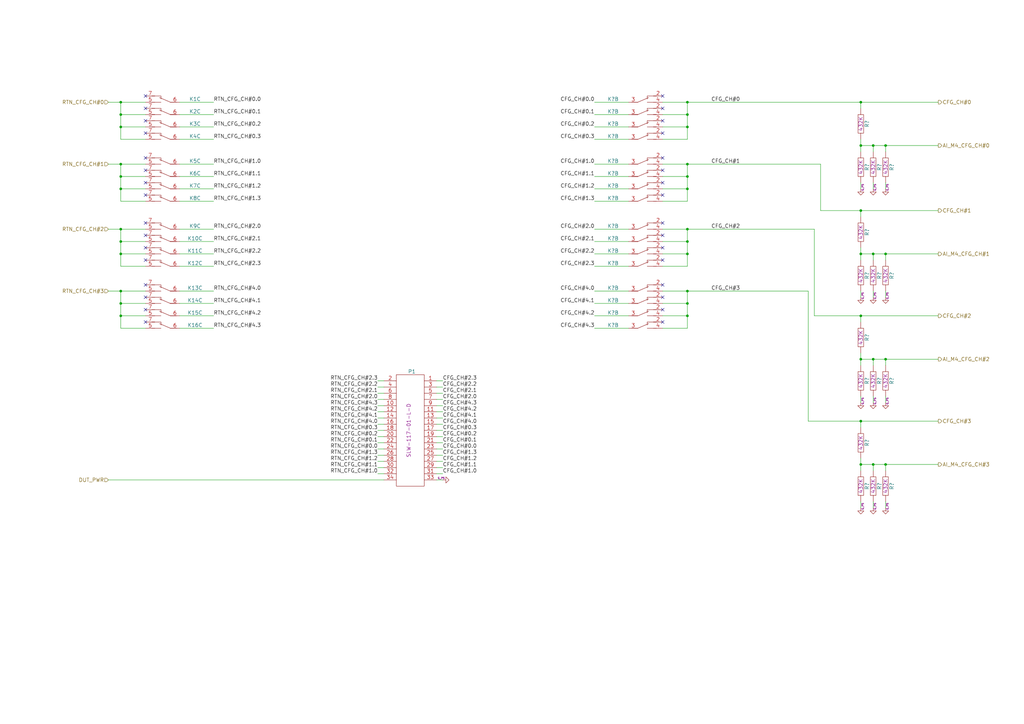
<source format=kicad_sch>
(kicad_sch (version 20230620) (generator eeschema)
  (paper "A3")
  (title_block (title "EOL ECU POWER CARD") (date "2023-04-03") (rev "0B") (company "ARXTRON TECHNOLOGIES") (comment 1 "A0180-V0") (comment 2 "PRJ22180") (comment 3 "EOL ECU RCM8 RCM9") (comment 4 "ANTON TOKARSKYI"))
  (junction (at 353.06 129.54))
  (junction (at 353.06 86.36))
  (junction (at 353.06 41.91))
  (junction (at 353.06 104.14))
  (junction (at 358.14 190.5))
  (junction (at 281.94 93.98))
  (junction (at 281.94 99.06))
  (junction (at 358.14 147.32))
  (junction (at 49.53 119.38))
  (junction (at 281.94 104.14))
  (junction (at 49.53 124.46))
  (junction (at 358.14 104.14))
  (junction (at 49.53 99.06))
  (junction (at 363.22 59.69))
  (junction (at 49.53 46.99))
  (junction (at 363.22 104.14))
  (junction (at 358.14 59.69))
  (junction (at 49.53 67.31))
  (junction (at 49.53 72.39))
  (junction (at 281.94 46.99))
  (junction (at 49.53 52.07))
  (junction (at 49.53 77.47))
  (junction (at 281.94 119.38))
  (junction (at 363.22 190.5))
  (junction (at 281.94 41.91))
  (junction (at 281.94 124.46))
  (junction (at 281.94 67.31))
  (junction (at 49.53 129.54))
  (junction (at 281.94 72.39))
  (junction (at 281.94 52.07))
  (junction (at 353.06 190.5))
  (junction (at 353.06 172.72))
  (junction (at 363.22 147.32))
  (junction (at 281.94 129.54))
  (junction (at 49.53 93.98))
  (junction (at 353.06 147.32))
  (junction (at 49.53 104.14))
  (junction (at 281.94 77.47))
  (junction (at 353.06 59.69))
  (junction (at 49.53 41.91))
  (no_connect (at 59.69 49.53))
  (no_connect (at 271.78 39.37))
  (no_connect (at 59.69 101.6))
  (no_connect (at 271.78 127))
  (no_connect (at 271.78 74.93))
  (no_connect (at 271.78 106.68))
  (no_connect (at 271.78 80.01))
  (no_connect (at 271.78 44.45))
  (no_connect (at 59.69 54.61))
  (no_connect (at 271.78 132.08))
  (no_connect (at 59.69 64.77))
  (no_connect (at 271.78 54.61))
  (no_connect (at 59.69 132.08))
  (no_connect (at 271.78 49.53))
  (no_connect (at 59.69 116.84))
  (no_connect (at 59.69 121.92))
  (no_connect (at 271.78 121.92))
  (no_connect (at 271.78 101.6))
  (no_connect (at 59.69 91.44))
  (no_connect (at 59.69 127))
  (no_connect (at 271.78 69.85))
  (no_connect (at 59.69 44.45))
  (no_connect (at 271.78 116.84))
  (no_connect (at 59.69 69.85))
  (no_connect (at 271.78 64.77))
  (no_connect (at 59.69 106.68))
  (no_connect (at 271.78 96.52))
  (no_connect (at 59.69 39.37))
  (no_connect (at 59.69 96.52))
  (no_connect (at 59.69 74.93))
  (no_connect (at 59.69 80.01))
  (no_connect (at 271.78 91.44))
  (wire (pts (xy 73.66 104.14) (xy 87.63 104.14)))
  (wire (pts (xy 49.53 67.31) (xy 49.53 72.39)))
  (wire (pts (xy 281.94 41.91) (xy 281.94 46.99)))
  (wire (pts (xy 281.94 119.38) (xy 331.47 119.38)))
  (wire (pts (xy 353.06 86.36) (xy 353.06 88.9)))
  (wire (pts (xy 353.06 190.5) (xy 358.14 190.5)))
  (wire (pts (xy 353.06 59.69) (xy 353.06 62.23)))
  (wire (pts (xy 179.07 166.37) (xy 181.61 166.37)))
  (wire (pts (xy 49.53 93.98) (xy 49.53 99.06)))
  (wire (pts (xy 49.53 104.14) (xy 59.69 104.14)))
  (wire (pts (xy 243.84 82.55) (xy 257.81 82.55)))
  (wire (pts (xy 243.84 41.91) (xy 257.81 41.91)))
  (wire (pts (xy 49.53 46.99) (xy 49.53 52.07)))
  (wire (pts (xy 44.45 41.91) (xy 49.53 41.91)))
  (wire (pts (xy 243.84 124.46) (xy 257.81 124.46)))
  (wire (pts (xy 179.07 179.07) (xy 181.61 179.07)))
  (wire (pts (xy 358.14 59.69) (xy 358.14 62.23)))
  (wire (pts (xy 73.66 93.98) (xy 87.63 93.98)))
  (wire (pts (xy 73.66 72.39) (xy 87.63 72.39)))
  (wire (pts (xy 179.07 176.53) (xy 181.61 176.53)))
  (wire (pts (xy 353.06 187.96) (xy 353.06 190.5)))
  (wire (pts (xy 353.06 190.5) (xy 353.06 193.04)))
  (wire (pts (xy 49.53 124.46) (xy 49.53 129.54)))
  (wire (pts (xy 243.84 77.47) (xy 257.81 77.47)))
  (wire (pts (xy 281.94 134.62) (xy 271.78 134.62)))
  (wire (pts (xy 243.84 129.54) (xy 257.81 129.54)))
  (wire (pts (xy 353.06 205.74) (xy 353.06 208.28)))
  (wire (pts (xy 353.06 41.91) (xy 384.81 41.91)))
  (wire (pts (xy 179.07 156.21) (xy 181.61 156.21)))
  (wire (pts (xy 44.45 196.85) (xy 157.48 196.85)))
  (wire (pts (xy 44.45 119.38) (xy 49.53 119.38)))
  (wire (pts (xy 179.07 168.91) (xy 181.61 168.91)))
  (wire (pts (xy 73.66 67.31) (xy 87.63 67.31)))
  (wire (pts (xy 179.07 171.45) (xy 181.61 171.45)))
  (wire (pts (xy 281.94 82.55) (xy 271.78 82.55)))
  (wire (pts (xy 179.07 161.29) (xy 181.61 161.29)))
  (wire (pts (xy 49.53 99.06) (xy 59.69 99.06)))
  (wire (pts (xy 243.84 99.06) (xy 257.81 99.06)))
  (wire (pts (xy 154.94 179.07) (xy 157.48 179.07)))
  (wire (pts (xy 281.94 124.46) (xy 281.94 129.54)))
  (wire (pts (xy 281.94 124.46) (xy 271.78 124.46)))
  (wire (pts (xy 44.45 67.31) (xy 49.53 67.31)))
  (wire (pts (xy 49.53 109.22) (xy 59.69 109.22)))
  (wire (pts (xy 154.94 161.29) (xy 157.48 161.29)))
  (wire (pts (xy 49.53 134.62) (xy 59.69 134.62)))
  (wire (pts (xy 358.14 59.69) (xy 363.22 59.69)))
  (wire (pts (xy 363.22 190.5) (xy 384.81 190.5)))
  (wire (pts (xy 353.06 41.91) (xy 353.06 44.45)))
  (wire (pts (xy 271.78 99.06) (xy 281.94 99.06)))
  (wire (pts (xy 154.94 186.69) (xy 157.48 186.69)))
  (wire (pts (xy 49.53 72.39) (xy 59.69 72.39)))
  (wire (pts (xy 353.06 86.36) (xy 384.81 86.36)))
  (wire (pts (xy 353.06 59.69) (xy 358.14 59.69)))
  (wire (pts (xy 243.84 72.39) (xy 257.81 72.39)))
  (wire (pts (xy 154.94 166.37) (xy 157.48 166.37)))
  (wire (pts (xy 358.14 104.14) (xy 363.22 104.14)))
  (wire (pts (xy 336.55 86.36) (xy 353.06 86.36)))
  (wire (pts (xy 281.94 67.31) (xy 281.94 72.39)))
  (wire (pts (xy 49.53 129.54) (xy 59.69 129.54)))
  (wire (pts (xy 154.94 156.21) (xy 157.48 156.21)))
  (wire (pts (xy 154.94 158.75) (xy 157.48 158.75)))
  (wire (pts (xy 49.53 129.54) (xy 49.53 134.62)))
  (wire (pts (xy 179.07 196.85) (xy 181.61 196.85)))
  (wire (pts (xy 363.22 162.56) (xy 363.22 165.1)))
  (wire (pts (xy 331.47 172.72) (xy 353.06 172.72)))
  (wire (pts (xy 281.94 93.98) (xy 281.94 99.06)))
  (wire (pts (xy 49.53 119.38) (xy 59.69 119.38)))
  (wire (pts (xy 49.53 46.99) (xy 59.69 46.99)))
  (wire (pts (xy 154.94 171.45) (xy 157.48 171.45)))
  (wire (pts (xy 281.94 77.47) (xy 281.94 82.55)))
  (wire (pts (xy 358.14 119.38) (xy 358.14 121.92)))
  (wire (pts (xy 358.14 205.74) (xy 358.14 208.28)))
  (wire (pts (xy 179.07 181.61) (xy 181.61 181.61)))
  (wire (pts (xy 336.55 67.31) (xy 336.55 86.36)))
  (wire (pts (xy 281.94 119.38) (xy 281.94 124.46)))
  (wire (pts (xy 154.94 163.83) (xy 157.48 163.83)))
  (wire (pts (xy 243.84 57.15) (xy 257.81 57.15)))
  (wire (pts (xy 154.94 176.53) (xy 157.48 176.53)))
  (wire (pts (xy 363.22 104.14) (xy 363.22 106.68)))
  (wire (pts (xy 358.14 162.56) (xy 358.14 165.1)))
  (wire (pts (xy 281.94 93.98) (xy 334.01 93.98)))
  (wire (pts (xy 281.94 72.39) (xy 281.94 77.47)))
  (wire (pts (xy 353.06 101.6) (xy 353.06 104.14)))
  (wire (pts (xy 334.01 93.98) (xy 334.01 129.54)))
  (wire (pts (xy 353.06 147.32) (xy 358.14 147.32)))
  (wire (pts (xy 271.78 129.54) (xy 281.94 129.54)))
  (wire (pts (xy 281.94 77.47) (xy 271.78 77.47)))
  (wire (pts (xy 73.66 99.06) (xy 87.63 99.06)))
  (wire (pts (xy 353.06 104.14) (xy 358.14 104.14)))
  (wire (pts (xy 73.66 129.54) (xy 87.63 129.54)))
  (wire (pts (xy 281.94 104.14) (xy 271.78 104.14)))
  (wire (pts (xy 243.84 134.62) (xy 257.81 134.62)))
  (wire (pts (xy 73.66 46.99) (xy 87.63 46.99)))
  (wire (pts (xy 73.66 77.47) (xy 87.63 77.47)))
  (wire (pts (xy 49.53 77.47) (xy 49.53 82.55)))
  (wire (pts (xy 353.06 172.72) (xy 384.81 172.72)))
  (wire (pts (xy 49.53 119.38) (xy 49.53 124.46)))
  (wire (pts (xy 73.66 52.07) (xy 87.63 52.07)))
  (wire (pts (xy 281.94 72.39) (xy 271.78 72.39)))
  (wire (pts (xy 363.22 104.14) (xy 384.81 104.14)))
  (wire (pts (xy 154.94 191.77) (xy 157.48 191.77)))
  (wire (pts (xy 281.94 46.99) (xy 281.94 52.07)))
  (wire (pts (xy 49.53 72.39) (xy 49.53 77.47)))
  (wire (pts (xy 353.06 119.38) (xy 353.06 121.92)))
  (wire (pts (xy 73.66 41.91) (xy 87.63 41.91)))
  (wire (pts (xy 49.53 93.98) (xy 59.69 93.98)))
  (wire (pts (xy 49.53 77.47) (xy 59.69 77.47)))
  (wire (pts (xy 179.07 173.99) (xy 181.61 173.99)))
  (wire (pts (xy 281.94 119.38) (xy 271.78 119.38)))
  (wire (pts (xy 334.01 129.54) (xy 353.06 129.54)))
  (wire (pts (xy 281.94 41.91) (xy 353.06 41.91)))
  (wire (pts (xy 179.07 194.31) (xy 181.61 194.31)))
  (wire (pts (xy 49.53 41.91) (xy 49.53 46.99)))
  (wire (pts (xy 281.94 93.98) (xy 271.78 93.98)))
  (wire (pts (xy 154.94 168.91) (xy 157.48 168.91)))
  (wire (pts (xy 179.07 186.69) (xy 181.61 186.69)))
  (wire (pts (xy 281.94 129.54) (xy 281.94 134.62)))
  (wire (pts (xy 281.94 99.06) (xy 281.94 104.14)))
  (wire (pts (xy 73.66 109.22) (xy 87.63 109.22)))
  (wire (pts (xy 179.07 158.75) (xy 181.61 158.75)))
  (wire (pts (xy 73.66 119.38) (xy 87.63 119.38)))
  (wire (pts (xy 363.22 205.74) (xy 363.22 208.28)))
  (wire (pts (xy 49.53 82.55) (xy 59.69 82.55)))
  (wire (pts (xy 363.22 190.5) (xy 363.22 193.04)))
  (wire (pts (xy 353.06 74.93) (xy 353.06 77.47)))
  (wire (pts (xy 243.84 52.07) (xy 257.81 52.07)))
  (wire (pts (xy 353.06 104.14) (xy 353.06 106.68)))
  (wire (pts (xy 358.14 190.5) (xy 363.22 190.5)))
  (wire (pts (xy 363.22 59.69) (xy 363.22 62.23)))
  (wire (pts (xy 73.66 124.46) (xy 87.63 124.46)))
  (wire (pts (xy 363.22 119.38) (xy 363.22 121.92)))
  (wire (pts (xy 243.84 46.99) (xy 257.81 46.99)))
  (wire (pts (xy 281.94 109.22) (xy 271.78 109.22)))
  (wire (pts (xy 281.94 57.15) (xy 271.78 57.15)))
  (wire (pts (xy 179.07 191.77) (xy 181.61 191.77)))
  (wire (pts (xy 281.94 41.91) (xy 271.78 41.91)))
  (wire (pts (xy 73.66 134.62) (xy 87.63 134.62)))
  (wire (pts (xy 353.06 129.54) (xy 353.06 132.08)))
  (wire (pts (xy 49.53 67.31) (xy 59.69 67.31)))
  (wire (pts (xy 179.07 184.15) (xy 181.61 184.15)))
  (wire (pts (xy 154.94 189.23) (xy 157.48 189.23)))
  (wire (pts (xy 353.06 57.15) (xy 353.06 59.69)))
  (wire (pts (xy 363.22 147.32) (xy 363.22 149.86)))
  (wire (pts (xy 281.94 104.14) (xy 281.94 109.22)))
  (wire (pts (xy 73.66 82.55) (xy 87.63 82.55)))
  (wire (pts (xy 281.94 46.99) (xy 271.78 46.99)))
  (wire (pts (xy 363.22 74.93) (xy 363.22 77.47)))
  (wire (pts (xy 358.14 147.32) (xy 363.22 147.32)))
  (wire (pts (xy 243.84 104.14) (xy 257.81 104.14)))
  (wire (pts (xy 243.84 119.38) (xy 257.81 119.38)))
  (wire (pts (xy 363.22 59.69) (xy 384.81 59.69)))
  (wire (pts (xy 49.53 52.07) (xy 59.69 52.07)))
  (wire (pts (xy 353.06 162.56) (xy 353.06 165.1)))
  (wire (pts (xy 281.94 52.07) (xy 271.78 52.07)))
  (wire (pts (xy 243.84 67.31) (xy 257.81 67.31)))
  (wire (pts (xy 331.47 119.38) (xy 331.47 172.72)))
  (wire (pts (xy 49.53 52.07) (xy 49.53 57.15)))
  (wire (pts (xy 358.14 74.93) (xy 358.14 77.47)))
  (wire (pts (xy 358.14 104.14) (xy 358.14 106.68)))
  (wire (pts (xy 179.07 189.23) (xy 181.61 189.23)))
  (wire (pts (xy 281.94 52.07) (xy 281.94 57.15)))
  (wire (pts (xy 363.22 147.32) (xy 384.81 147.32)))
  (wire (pts (xy 49.53 41.91) (xy 59.69 41.91)))
  (wire (pts (xy 73.66 57.15) (xy 87.63 57.15)))
  (wire (pts (xy 154.94 181.61) (xy 157.48 181.61)))
  (wire (pts (xy 353.06 147.32) (xy 353.06 149.86)))
  (wire (pts (xy 281.94 67.31) (xy 336.55 67.31)))
  (wire (pts (xy 271.78 67.31) (xy 281.94 67.31)))
  (wire (pts (xy 353.06 172.72) (xy 353.06 175.26)))
  (wire (pts (xy 49.53 99.06) (xy 49.53 104.14)))
  (wire (pts (xy 49.53 124.46) (xy 59.69 124.46)))
  (wire (pts (xy 353.06 129.54) (xy 384.81 129.54)))
  (wire (pts (xy 243.84 93.98) (xy 257.81 93.98)))
  (wire (pts (xy 358.14 147.32) (xy 358.14 149.86)))
  (wire (pts (xy 154.94 173.99) (xy 157.48 173.99)))
  (wire (pts (xy 154.94 194.31) (xy 157.48 194.31)))
  (wire (pts (xy 353.06 144.78) (xy 353.06 147.32)))
  (wire (pts (xy 49.53 57.15) (xy 59.69 57.15)))
  (wire (pts (xy 358.14 190.5) (xy 358.14 193.04)))
  (wire (pts (xy 154.94 184.15) (xy 157.48 184.15)))
  (wire (pts (xy 44.45 93.98) (xy 49.53 93.98)))
  (wire (pts (xy 243.84 109.22) (xy 257.81 109.22)))
  (wire (pts (xy 179.07 163.83) (xy 181.61 163.83)))
  (wire (pts (xy 49.53 104.14) (xy 49.53 109.22)))
  (label "RTN_CFG_CH#0.2" (at 154.94 179.07 180) (effects (font (size 1.524 1.524))))
  (label "CFG_CH#0.0" (at 181.61 184.15 0) (effects (font (size 1.524 1.524))))
  (label "CFG_CH#1.0" (at 243.84 67.31 180) (effects (font (size 1.524 1.524))))
  (label "RTN_CFG_CH#0.0" (at 87.63 41.91 0) (effects (font (size 1.524 1.524))))
  (label "RTN_CFG_CH#4.3" (at 87.63 134.62 0) (effects (font (size 1.524 1.524))))
  (label "CFG_CH#0.1" (at 243.84 46.99 180) (effects (font (size 1.524 1.524))))
  (label "RTN_CFG_CH#0.0" (at 154.94 184.15 180) (effects (font (size 1.524 1.524))))
  (label "RTN_CFG_CH#4.1" (at 154.94 171.45 180) (effects (font (size 1.524 1.524))))
  (label "RTN_CFG_CH#1.3" (at 154.94 186.69 180) (effects (font (size 1.524 1.524))))
  (label "CFG_CH#0.2" (at 243.84 52.07 180) (effects (font (size 1.524 1.524))))
  (label "RTN_CFG_CH#1.2" (at 154.94 189.23 180) (effects (font (size 1.524 1.524))))
  (label "CFG_CH#1.2" (at 243.84 77.47 180) (effects (font (size 1.524 1.524))))
  (label "CFG_CH#2.3" (at 181.61 156.21 0) (effects (font (size 1.524 1.524))))
  (label "RTN_CFG_CH#1.0" (at 87.63 67.31 0) (effects (font (size 1.524 1.524))))
  (label "CFG_CH#2.3" (at 243.84 109.22 180) (effects (font (size 1.524 1.524))))
  (label "CFG_CH#4.1" (at 181.61 171.45 0) (effects (font (size 1.524 1.524))))
  (label "RTN_CFG_CH#2.3" (at 154.94 156.21 180) (effects (font (size 1.524 1.524))))
  (label "CFG_CH#2.2" (at 243.84 104.14 180) (effects (font (size 1.524 1.524))))
  (label "CFG_CH#0.3" (at 181.61 176.53 0) (effects (font (size 1.524 1.524))))
  (label "CFG_CH#4.2" (at 243.84 129.54 180) (effects (font (size 1.524 1.524))))
  (label "RTN_CFG_CH#2.3" (at 87.63 109.22 0) (effects (font (size 1.524 1.524))))
  (label "CFG_CH#0" (at 303.53 41.91 180) (effects (font (size 1.524 1.524))))
  (label "CFG_CH#4.3" (at 181.61 166.37 0) (effects (font (size 1.524 1.524))))
  (label "RTN_CFG_CH#0.1" (at 87.63 46.99 0) (effects (font (size 1.524 1.524))))
  (label "CFG_CH#1.3" (at 181.61 186.69 0) (effects (font (size 1.524 1.524))))
  (label "RTN_CFG_CH#4.2" (at 87.63 129.54 0) (effects (font (size 1.524 1.524))))
  (label "CFG_CH#3" (at 303.53 119.38 180) (effects (font (size 1.524 1.524))))
  (label "CFG_CH#2.2" (at 181.61 158.75 0) (effects (font (size 1.524 1.524))))
  (label "CFG_CH#4.0" (at 243.84 119.38 180) (effects (font (size 1.524 1.524))))
  (label "RTN_CFG_CH#4.2" (at 154.94 168.91 180) (effects (font (size 1.524 1.524))))
  (label "RTN_CFG_CH#2.0" (at 154.94 163.83 180) (effects (font (size 1.524 1.524))))
  (label "CFG_CH#1.1" (at 243.84 72.39 180) (effects (font (size 1.524 1.524))))
  (label "CFG_CH#1.0" (at 181.61 194.31 0) (effects (font (size 1.524 1.524))))
  (label "CFG_CH#4.1" (at 243.84 124.46 180) (effects (font (size 1.524 1.524))))
  (label "RTN_CFG_CH#1.0" (at 154.94 194.31 180) (effects (font (size 1.524 1.524))))
  (label "RTN_CFG_CH#4.0" (at 87.63 119.38 0) (effects (font (size 1.524 1.524))))
  (label "CFG_CH#0.3" (at 243.84 57.15 180) (effects (font (size 1.524 1.524))))
  (label "CFG_CH#4.3" (at 243.84 134.62 180) (effects (font (size 1.524 1.524))))
  (label "RTN_CFG_CH#2.1" (at 154.94 161.29 180) (effects (font (size 1.524 1.524))))
  (label "RTN_CFG_CH#4.3" (at 154.94 166.37 180) (effects (font (size 1.524 1.524))))
  (label "CFG_CH#1.2" (at 181.61 189.23 0) (effects (font (size 1.524 1.524))))
  (label "RTN_CFG_CH#0.3" (at 154.94 176.53 180) (effects (font (size 1.524 1.524))))
  (label "RTN_CFG_CH#2.2" (at 87.63 104.14 0) (effects (font (size 1.524 1.524))))
  (label "RTN_CFG_CH#1.2" (at 87.63 77.47 0) (effects (font (size 1.524 1.524))))
  (label "CFG_CH#1.1" (at 181.61 191.77 0) (effects (font (size 1.524 1.524))))
  (label "CFG_CH#1.3" (at 243.84 82.55 180) (effects (font (size 1.524 1.524))))
  (label "RTN_CFG_CH#1.1" (at 154.94 191.77 180) (effects (font (size 1.524 1.524))))
  (label "CFG_CH#2.1" (at 181.61 161.29 0) (effects (font (size 1.524 1.524))))
  (label "CFG_CH#0.0" (at 243.84 41.91 180) (effects (font (size 1.524 1.524))))
  (label "RTN_CFG_CH#2.2" (at 154.94 158.75 180) (effects (font (size 1.524 1.524))))
  (label "RTN_CFG_CH#0.1" (at 154.94 181.61 180) (effects (font (size 1.524 1.524))))
  (label "CFG_CH#4.0" (at 181.61 173.99 0) (effects (font (size 1.524 1.524))))
  (label "CFG_CH#0.2" (at 181.61 179.07 0) (effects (font (size 1.524 1.524))))
  (label "CFG_CH#0.1" (at 181.61 181.61 0) (effects (font (size 1.524 1.524))))
  (label "CFG_CH#4.2" (at 181.61 168.91 0) (effects (font (size 1.524 1.524))))
  (label "RTN_CFG_CH#2.0" (at 87.63 93.98 0) (effects (font (size 1.524 1.524))))
  (label "RTN_CFG_CH#1.3" (at 87.63 82.55 0) (effects (font (size 1.524 1.524))))
  (label "CFG_CH#2.1" (at 243.84 99.06 180) (effects (font (size 1.524 1.524))))
  (label "RTN_CFG_CH#0.3" (at 87.63 57.15 0) (effects (font (size 1.524 1.524))))
  (label "RTN_CFG_CH#4.0" (at 154.94 173.99 180) (effects (font (size 1.524 1.524))))
  (label "CFG_CH#2.0" (at 243.84 93.98 180) (effects (font (size 1.524 1.524))))
  (label "RTN_CFG_CH#1.1" (at 87.63 72.39 0) (effects (font (size 1.524 1.524))))
  (label "CFG_CH#2.0" (at 181.61 163.83 0) (effects (font (size 1.524 1.524))))
  (label "RTN_CFG_CH#2.1" (at 87.63 99.06 0) (effects (font (size 1.524 1.524))))
  (label "RTN_CFG_CH#4.1" (at 87.63 124.46 0) (effects (font (size 1.524 1.524))))
  (label "CFG_CH#1" (at 303.53 67.31 180) (effects (font (size 1.524 1.524))))
  (label "RTN_CFG_CH#0.2" (at 87.63 52.07 0) (effects (font (size 1.524 1.524))))
  (label "CFG_CH#2" (at 303.53 93.98 180) (effects (font (size 1.524 1.524))))
  (hierarchical_label "CFG_CH#0" (shape output) (at 384.81 41.91 0) (effects (font (size 1.524 1.524))))
  (hierarchical_label "RTN_CFG_CH#2" (shape input) (at 44.45 93.98 180) (effects (font (size 1.524 1.524))))
  (hierarchical_label "RTN_CFG_CH#3" (shape input) (at 44.45 119.38 180) (effects (font (size 1.524 1.524))))
  (hierarchical_label "AI_M4_CFG_CH#1" (shape output) (at 384.81 104.14 0) (effects (font (size 1.524 1.524))))
  (hierarchical_label "DUT_PWR" (shape input) (at 44.45 196.85 180) (effects (font (size 1.524 1.524))))
  (hierarchical_label "CFG_CH#1" (shape output) (at 384.81 86.36 0) (effects (font (size 1.524 1.524))))
  (hierarchical_label "AI_M4_CFG_CH#2" (shape output) (at 384.81 147.32 0) (effects (font (size 1.524 1.524))))
  (hierarchical_label "RTN_CFG_CH#1" (shape input) (at 44.45 67.31 180) (effects (font (size 1.524 1.524))))
  (hierarchical_label "AI_M4_CFG_CH#0" (shape output) (at 384.81 59.69 0) (effects (font (size 1.524 1.524))))
  (hierarchical_label "AI_M4_CFG_CH#3" (shape output) (at 384.81 190.5 0) (effects (font (size 1.524 1.524))))
  (hierarchical_label "CFG_CH#3" (shape output) (at 384.81 172.72 0) (effects (font (size 1.524 1.524))))
  (hierarchical_label "RTN_CFG_CH#0" (shape input) (at 44.45 41.91 180) (effects (font (size 1.524 1.524))))
  (hierarchical_label "CFG_CH#2" (shape output) (at 384.81 129.54 0) (effects (font (size 1.524 1.524))))
  (symbol (lib_id "Resistor_Yageo:RT0603BRD07432KL") (at 353.06 95.25 90) (mirror x) (unit 1)
    (property "Reference" "R?" (at 355.6 95.25 0) (effects (font (size 1.524 1.524))))
    (property "Value" "RT0603BRD07432KL" (effects hide))
    (property "Footprint" "Resistor_Yageo_RC:RESC1608X65N" (effects hide))
    (property "Description" "RES SMD 432K OHM 0.1% 1/10W 0603" (effects hide))
    (property "Nominal" "432K" (at 353.06 95.25 0) (effects (font (size 1.524 1.524))))
    (property "Supplier" "Digi-Key" (effects hide))
    (property "ManufacturerPartNumber" "RT0603BRD07432KL" (effects hide))
    (property "SupplierPartNumber" "RT0603BRD07432KL-ND" (effects hide))
    (property "Manufacturer" "Yageo" (effects hide))
    (instances (project "A0180_eol_ecu_mix" (path "" (reference "R?") (unit 1)) (path "" (reference "R159") (unit 1)) (path "" (reference "R241") (unit 1))))
  )
  (symbol (lib_id "Resistor_Yageo:RT0603BRD07432KL") (at 353.06 138.43 90) (mirror x) (unit 1)
    (property "Reference" "R?" (at 355.6 138.43 0) (effects (font (size 1.524 1.524))))
    (property "Value" "RT0603BRD07432KL" (effects hide))
    (property "Footprint" "Resistor_Yageo_RC:RESC1608X65N" (effects hide))
    (property "Description" "RES SMD 432K OHM 0.1% 1/10W 0603" (effects hide))
    (property "Nominal" "432K" (at 353.06 138.43 0) (effects (font (size 1.524 1.524))))
    (property "Supplier" "Digi-Key" (effects hide))
    (property "ManufacturerPartNumber" "RT0603BRD07432KL" (effects hide))
    (property "SupplierPartNumber" "RT0603BRD07432KL-ND" (effects hide))
    (property "Manufacturer" "Yageo" (effects hide))
    (instances (project "A0180_eol_ecu_mix" (path "" (reference "R?") (unit 1)) (path "" (reference "R161") (unit 1)) (path "" (reference "R243") (unit 1))))
  )
  (symbol (lib_id "Relay_Omron:G6K-2G-Y-TR_DC24_DPDT") (at 67.31 82.55 0) (mirror y) (unit 3)
    (property "Reference" "K8" (at 80.01 81.28 0) (effects (font (size 1.524 1.524))))
    (property "Value" "G6K-2G-Y-TR_DC24_DPDT" (effects hide))
    (property "Footprint" "_Relay_Omron:OMRON_G6K-2G-Y" (effects hide))
    (property "Description" "RELAY TELECOM DPDT 1A 24VDC" (effects hide))
    (property "ManufacturerPartNumber" "G6K-2G-Y-TR DC24" (effects hide))
    (property "Manufacturer" "Omron Electronics Inc-EMC Div" (effects hide))
    (property "SupplierPartNumber" "Z5422TR-ND" (effects hide))
    (property "Supplier" "Digi-Key" (effects hide))
    (instances (project "A0180_eol_ecu_mix" (path "" (reference "K8") (unit 3)) (path "" (reference "K24") (unit 3))))
  )
  (symbol (lib_id "_power_symbol:GND_PS") (at 358.14 121.92 0) (mirror y) (unit 1)
    (property "Reference" "#PWR?" (effects hide))
    (property "Value" "GND_PS" (effects hide))
    (property "Name" "GND_PS" (effects hide))
    (property "ShortName" "G_PS" (at 358.902 121.285 90) (effects (font (size 0.762 0.762))))
    (instances (project "A0176_eol_ecu_backplane" (path "" (reference "#PWR?") (unit 1)) (path "" (reference "#PWR0194") (unit 1)) (path "" (reference "#PWR0213") (unit 1)) (path "" (reference "#PWR0232") (unit 1)) (path "" (reference "#PWR0251") (unit 1)) (path "" (reference "#PWR0270") (unit 1)) (path "" (reference "#PWR0289") (unit 1)) (path "" (reference "#PWR0308") (unit 1)) (path "" (reference "#PWR0327") (unit 1)) (path "" (reference "#PWR0346") (unit 1)) (path "" (reference "#PWR0365") (unit 1)) (path "" (reference "#PWR0384") (unit 1)) (path "" (reference "#PWR0403") (unit 1)) (path "" (reference "#PWR0422") (unit 1)) (path "" (reference "#PWR0449") (unit 1)) (path "" (reference "#PWR0441") (unit 1))) (project "A0180_eol_ecu_mix" (path "" (reference "#PWR?") (unit 1)) (path "" (reference "#PWR0130") (unit 1)) (path "" (reference "#PWR0143") (unit 1))))
  )
  (symbol (lib_id "_power_symbol:GND_PS") (at 363.22 121.92 0) (mirror y) (unit 1)
    (property "Reference" "#PWR?" (effects hide))
    (property "Value" "GND_PS" (effects hide))
    (property "Name" "GND_PS" (effects hide))
    (property "ShortName" "G_PS" (at 363.982 121.285 90) (effects (font (size 0.762 0.762))))
    (instances (project "A0176_eol_ecu_backplane" (path "" (reference "#PWR?") (unit 1)) (path "" (reference "#PWR0194") (unit 1)) (path "" (reference "#PWR0213") (unit 1)) (path "" (reference "#PWR0232") (unit 1)) (path "" (reference "#PWR0251") (unit 1)) (path "" (reference "#PWR0270") (unit 1)) (path "" (reference "#PWR0289") (unit 1)) (path "" (reference "#PWR0308") (unit 1)) (path "" (reference "#PWR0327") (unit 1)) (path "" (reference "#PWR0346") (unit 1)) (path "" (reference "#PWR0365") (unit 1)) (path "" (reference "#PWR0384") (unit 1)) (path "" (reference "#PWR0403") (unit 1)) (path "" (reference "#PWR0422") (unit 1)) (path "" (reference "#PWR0449") (unit 1)) (path "" (reference "#PWR0441") (unit 1))) (project "A0180_eol_ecu_mix" (path "" (reference "#PWR?") (unit 1)) (path "" (reference "#PWR0131") (unit 1)) (path "" (reference "#PWR0147") (unit 1))))
  )
  (symbol (lib_id "Connector_Samtec:SLW-117-01-L-D_VAR1") (at 179.07 156.21 0) (unit 1)
    (property "Reference" "P1" (at 168.91 152.4 0) (effects (font (size 1.524 1.524))))
    (property "Value" "SLW-117-01-L-D_VAR1" (effects hide))
    (property "Footprint" "_Connector_Samtec:SAMTEC_SLW-117-01-X-D" (effects hide))
    (property "Description" "CONN SOCKET 34POS 0.1 GOLD PCB" (effects hide))
    (property "ManufacturerPartNumber" "SLW-117-01-L-D" (at 167.64 176.53 90) (effects (font (size 1.524 1.524))))
    (property "SupplierPartNumber" "SLW-117-01-L-D" (effects hide))
    (property "Supplier" "Samtec Inc." (effects hide))
    (property "Manufacturer" "Samtec Inc." (effects hide))
    (instances (project "A0180_eol_ecu_mix" (path "" (reference "P1") (unit 1)) (path "" (reference "P2") (unit 1))))
  )
  (symbol (lib_id "Resistor_Yageo:RT0603BRD07432KL") (at 358.14 199.39 90) (mirror x) (unit 1)
    (property "Reference" "R?" (at 360.68 199.39 0) (effects (font (size 1.524 1.524))))
    (property "Value" "RT0603BRD07432KL" (effects hide))
    (property "Footprint" "Resistor_Yageo_RC:RESC1608X65N" (effects hide))
    (property "Description" "RES SMD 432K OHM 0.1% 1/10W 0603" (effects hide))
    (property "Nominal" "432K" (at 358.14 199.39 0) (effects (font (size 1.524 1.524))))
    (property "Supplier" "Digi-Key" (effects hide))
    (property "ManufacturerPartNumber" "RT0603BRD07432KL" (effects hide))
    (property "SupplierPartNumber" "RT0603BRD07432KL-ND" (effects hide))
    (property "Manufacturer" "Yageo" (effects hide))
    (instances (project "A0180_eol_ecu_mix" (path "" (reference "R?") (unit 1)) (path "" (reference "R168") (unit 1)) (path "" (reference "R250") (unit 1))))
  )
  (symbol (lib_id "_power_symbol:GND_PS") (at 353.06 165.1 0) (mirror y) (unit 1)
    (property "Reference" "#PWR?" (effects hide))
    (property "Value" "GND_PS" (effects hide))
    (property "Name" "GND_PS" (effects hide))
    (property "ShortName" "G_PS" (at 353.822 164.465 90) (effects (font (size 0.762 0.762))))
    (instances (project "A0176_eol_ecu_backplane" (path "" (reference "#PWR?") (unit 1)) (path "" (reference "#PWR0194") (unit 1)) (path "" (reference "#PWR0213") (unit 1)) (path "" (reference "#PWR0232") (unit 1)) (path "" (reference "#PWR0251") (unit 1)) (path "" (reference "#PWR0270") (unit 1)) (path "" (reference "#PWR0289") (unit 1)) (path "" (reference "#PWR0308") (unit 1)) (path "" (reference "#PWR0327") (unit 1)) (path "" (reference "#PWR0346") (unit 1)) (path "" (reference "#PWR0365") (unit 1)) (path "" (reference "#PWR0384") (unit 1)) (path "" (reference "#PWR0403") (unit 1)) (path "" (reference "#PWR0422") (unit 1)) (path "" (reference "#PWR0449") (unit 1)) (path "" (reference "#PWR0441") (unit 1))) (project "A0180_eol_ecu_mix" (path "" (reference "#PWR?") (unit 1)) (path "" (reference "#PWR0132") (unit 1)) (path "" (reference "#PWR0140") (unit 1))))
  )
  (symbol (lib_id "Relay_Omron:G6K-2G-Y-TR_DC24_DPDT") (at 264.16 99.06 0) (unit 2)
    (property "Reference" "K?" (at 251.46 97.79 0) (effects (font (size 1.524 1.524))))
    (property "Value" "G6K-2G-Y-TR_DC24_DPDT" (effects hide))
    (property "Footprint" "_Relay_Omron:OMRON_G6K-2G-Y" (effects hide))
    (property "Description" "RELAY TELECOM DPDT 1A 24VDC" (effects hide))
    (property "ManufacturerPartNumber" "G6K-2G-Y-TR DC24" (effects hide))
    (property "Manufacturer" "Omron Electronics Inc-EMC Div" (effects hide))
    (property "SupplierPartNumber" "Z5422TR-ND" (effects hide))
    (property "Supplier" "Digi-Key" (effects hide))
    (instances (project "A0180_eol_ecu_mix" (path "" (reference "K?") (unit 2)) (path "" (reference "K?") (unit 2)) (path "" (reference "K10") (unit 2)) (path "" (reference "K26") (unit 2))))
  )
  (symbol (lib_id "Relay_Omron:G6K-2G-Y-TR_DC24_DPDT") (at 264.16 77.47 0) (unit 2)
    (property "Reference" "K?" (at 251.46 76.2 0) (effects (font (size 1.524 1.524))))
    (property "Value" "G6K-2G-Y-TR_DC24_DPDT" (effects hide))
    (property "Footprint" "_Relay_Omron:OMRON_G6K-2G-Y" (effects hide))
    (property "Description" "RELAY TELECOM DPDT 1A 24VDC" (effects hide))
    (property "ManufacturerPartNumber" "G6K-2G-Y-TR DC24" (effects hide))
    (property "Manufacturer" "Omron Electronics Inc-EMC Div" (effects hide))
    (property "SupplierPartNumber" "Z5422TR-ND" (effects hide))
    (property "Supplier" "Digi-Key" (effects hide))
    (instances (project "A0180_eol_ecu_mix" (path "" (reference "K?") (unit 2)) (path "" (reference "K?") (unit 2)) (path "" (reference "K7") (unit 2)) (path "" (reference "K23") (unit 2))))
  )
  (symbol (lib_id "Resistor_Yageo:RT0603BRD07432KL") (at 353.06 156.21 90) (mirror x) (unit 1)
    (property "Reference" "R?" (at 355.6 156.21 0) (effects (font (size 1.524 1.524))))
    (property "Value" "RT0603BRD07432KL" (effects hide))
    (property "Footprint" "Resistor_Yageo_RC:RESC1608X65N" (effects hide))
    (property "Description" "RES SMD 432K OHM 0.1% 1/10W 0603" (effects hide))
    (property "Nominal" "432K" (at 353.06 156.21 0) (effects (font (size 1.524 1.524))))
    (property "Supplier" "Digi-Key" (effects hide))
    (property "ManufacturerPartNumber" "RT0603BRD07432KL" (effects hide))
    (property "SupplierPartNumber" "RT0603BRD07432KL-ND" (effects hide))
    (property "Manufacturer" "Yageo" (effects hide))
    (instances (project "A0180_eol_ecu_mix" (path "" (reference "R?") (unit 1)) (path "" (reference "R162") (unit 1)) (path "" (reference "R244") (unit 1))))
  )
  (symbol (lib_id "Resistor_Yageo:RT0603BRD07432KL") (at 353.06 68.58 90) (mirror x) (unit 1)
    (property "Reference" "R?" (at 355.6 68.58 0) (effects (font (size 1.524 1.524))))
    (property "Value" "RT0603BRD07432KL" (effects hide))
    (property "Footprint" "Resistor_Yageo_RC:RESC1608X65N" (effects hide))
    (property "Description" "RES SMD 432K OHM 0.1% 1/10W 0603" (effects hide))
    (property "Nominal" "432K" (at 353.06 68.58 0) (effects (font (size 1.524 1.524))))
    (property "Supplier" "Digi-Key" (effects hide))
    (property "ManufacturerPartNumber" "RT0603BRD07432KL" (effects hide))
    (property "SupplierPartNumber" "RT0603BRD07432KL-ND" (effects hide))
    (property "Manufacturer" "Yageo" (effects hide))
    (instances (project "A0180_eol_ecu_mix" (path "" (reference "R?") (unit 1)) (path "" (reference "R158") (unit 1)) (path "" (reference "R240") (unit 1))))
  )
  (symbol (lib_id "Relay_Omron:G6K-2G-Y-TR_DC24_DPDT") (at 67.31 67.31 0) (mirror y) (unit 3)
    (property "Reference" "K5" (at 80.01 66.04 0) (effects (font (size 1.524 1.524))))
    (property "Value" "G6K-2G-Y-TR_DC24_DPDT" (effects hide))
    (property "Footprint" "_Relay_Omron:OMRON_G6K-2G-Y" (effects hide))
    (property "Description" "RELAY TELECOM DPDT 1A 24VDC" (effects hide))
    (property "ManufacturerPartNumber" "G6K-2G-Y-TR DC24" (effects hide))
    (property "Manufacturer" "Omron Electronics Inc-EMC Div" (effects hide))
    (property "SupplierPartNumber" "Z5422TR-ND" (effects hide))
    (property "Supplier" "Digi-Key" (effects hide))
    (instances (project "A0180_eol_ecu_mix" (path "" (reference "K5") (unit 3)) (path "" (reference "K21") (unit 3))))
  )
  (symbol (lib_id "Relay_Omron:G6K-2G-Y-TR_DC24_DPDT") (at 67.31 72.39 0) (mirror y) (unit 3)
    (property "Reference" "K6" (at 80.01 71.12 0) (effects (font (size 1.524 1.524))))
    (property "Value" "G6K-2G-Y-TR_DC24_DPDT" (effects hide))
    (property "Footprint" "_Relay_Omron:OMRON_G6K-2G-Y" (effects hide))
    (property "Description" "RELAY TELECOM DPDT 1A 24VDC" (effects hide))
    (property "ManufacturerPartNumber" "G6K-2G-Y-TR DC24" (effects hide))
    (property "Manufacturer" "Omron Electronics Inc-EMC Div" (effects hide))
    (property "SupplierPartNumber" "Z5422TR-ND" (effects hide))
    (property "Supplier" "Digi-Key" (effects hide))
    (instances (project "A0180_eol_ecu_mix" (path "" (reference "K6") (unit 3)) (path "" (reference "K22") (unit 3))))
  )
  (symbol (lib_id "Relay_Omron:G6K-2G-Y-TR_DC24_DPDT") (at 67.31 119.38 0) (mirror y) (unit 3)
    (property "Reference" "K13" (at 80.01 118.11 0) (effects (font (size 1.524 1.524))))
    (property "Value" "G6K-2G-Y-TR_DC24_DPDT" (effects hide))
    (property "Footprint" "_Relay_Omron:OMRON_G6K-2G-Y" (effects hide))
    (property "Description" "RELAY TELECOM DPDT 1A 24VDC" (effects hide))
    (property "ManufacturerPartNumber" "G6K-2G-Y-TR DC24" (effects hide))
    (property "Manufacturer" "Omron Electronics Inc-EMC Div" (effects hide))
    (property "SupplierPartNumber" "Z5422TR-ND" (effects hide))
    (property "Supplier" "Digi-Key" (effects hide))
    (instances (project "A0180_eol_ecu_mix" (path "" (reference "K13") (unit 3)) (path "" (reference "K29") (unit 3))))
  )
  (symbol (lib_id "Relay_Omron:G6K-2G-Y-TR_DC24_DPDT") (at 67.31 93.98 0) (mirror y) (unit 3)
    (property "Reference" "K9" (at 80.01 92.71 0) (effects (font (size 1.524 1.524))))
    (property "Value" "G6K-2G-Y-TR_DC24_DPDT" (effects hide))
    (property "Footprint" "_Relay_Omron:OMRON_G6K-2G-Y" (effects hide))
    (property "Description" "RELAY TELECOM DPDT 1A 24VDC" (effects hide))
    (property "ManufacturerPartNumber" "G6K-2G-Y-TR DC24" (effects hide))
    (property "Manufacturer" "Omron Electronics Inc-EMC Div" (effects hide))
    (property "SupplierPartNumber" "Z5422TR-ND" (effects hide))
    (property "Supplier" "Digi-Key" (effects hide))
    (instances (project "A0180_eol_ecu_mix" (path "" (reference "K9") (unit 3)) (path "" (reference "K25") (unit 3))))
  )
  (symbol (lib_id "Relay_Omron:G6K-2G-Y-TR_DC24_DPDT") (at 67.31 109.22 0) (mirror y) (unit 3)
    (property "Reference" "K12" (at 80.01 107.95 0) (effects (font (size 1.524 1.524))))
    (property "Value" "G6K-2G-Y-TR_DC24_DPDT" (effects hide))
    (property "Footprint" "_Relay_Omron:OMRON_G6K-2G-Y" (effects hide))
    (property "Description" "RELAY TELECOM DPDT 1A 24VDC" (effects hide))
    (property "ManufacturerPartNumber" "G6K-2G-Y-TR DC24" (effects hide))
    (property "Manufacturer" "Omron Electronics Inc-EMC Div" (effects hide))
    (property "SupplierPartNumber" "Z5422TR-ND" (effects hide))
    (property "Supplier" "Digi-Key" (effects hide))
    (instances (project "A0180_eol_ecu_mix" (path "" (reference "K12") (unit 3)) (path "" (reference "K28") (unit 3))))
  )
  (symbol (lib_id "_power_symbol:GND_PS") (at 181.61 196.85 90) (mirror x) (unit 1)
    (property "Reference" "#PWR?" (effects hide))
    (property "Value" "GND_PS" (effects hide))
    (property "Name" "GND_PS" (effects hide))
    (property "ShortName" "G_PS" (at 180.975 196.088 90) (effects (font (size 0.762 0.762))))
    (instances (project "A0176_eol_ecu_backplane" (path "" (reference "#PWR?") (unit 1)) (path "" (reference "#PWR0194") (unit 1)) (path "" (reference "#PWR0213") (unit 1)) (path "" (reference "#PWR0232") (unit 1)) (path "" (reference "#PWR0251") (unit 1)) (path "" (reference "#PWR0270") (unit 1)) (path "" (reference "#PWR0289") (unit 1)) (path "" (reference "#PWR0308") (unit 1)) (path "" (reference "#PWR0327") (unit 1)) (path "" (reference "#PWR0346") (unit 1)) (path "" (reference "#PWR0365") (unit 1)) (path "" (reference "#PWR0384") (unit 1)) (path "" (reference "#PWR0403") (unit 1)) (path "" (reference "#PWR0422") (unit 1)) (path "" (reference "#PWR0449") (unit 1)) (path "" (reference "#PWR0441") (unit 1))) (project "A0180_eol_ecu_mix" (path "" (reference "#PWR?") (unit 1)) (path "" (reference "#PWR0113") (unit 1)) (path "" (reference "#PWR0111") (unit 1))))
  )
  (symbol (lib_id "Relay_Omron:G6K-2G-Y-TR_DC24_DPDT") (at 264.16 134.62 0) (unit 2)
    (property "Reference" "K?" (at 251.46 133.35 0) (effects (font (size 1.524 1.524))))
    (property "Value" "G6K-2G-Y-TR_DC24_DPDT" (effects hide))
    (property "Footprint" "_Relay_Omron:OMRON_G6K-2G-Y" (effects hide))
    (property "Description" "RELAY TELECOM DPDT 1A 24VDC" (effects hide))
    (property "ManufacturerPartNumber" "G6K-2G-Y-TR DC24" (effects hide))
    (property "Manufacturer" "Omron Electronics Inc-EMC Div" (effects hide))
    (property "SupplierPartNumber" "Z5422TR-ND" (effects hide))
    (property "Supplier" "Digi-Key" (effects hide))
    (instances (project "A0180_eol_ecu_mix" (path "" (reference "K?") (unit 2)) (path "" (reference "K?") (unit 2)) (path "" (reference "K16") (unit 2)) (path "" (reference "K32") (unit 2))))
  )
  (symbol (lib_id "Relay_Omron:G6K-2G-Y-TR_DC24_DPDT") (at 67.31 134.62 0) (mirror y) (unit 3)
    (property "Reference" "K16" (at 80.01 133.35 0) (effects (font (size 1.524 1.524))))
    (property "Value" "G6K-2G-Y-TR_DC24_DPDT" (effects hide))
    (property "Footprint" "_Relay_Omron:OMRON_G6K-2G-Y" (effects hide))
    (property "Description" "RELAY TELECOM DPDT 1A 24VDC" (effects hide))
    (property "ManufacturerPartNumber" "G6K-2G-Y-TR DC24" (effects hide))
    (property "Manufacturer" "Omron Electronics Inc-EMC Div" (effects hide))
    (property "SupplierPartNumber" "Z5422TR-ND" (effects hide))
    (property "Supplier" "Digi-Key" (effects hide))
    (instances (project "A0180_eol_ecu_mix" (path "" (reference "K16") (unit 3)) (path "" (reference "K32") (unit 3))))
  )
  (symbol (lib_id "Relay_Omron:G6K-2G-Y-TR_DC24_DPDT") (at 67.31 46.99 0) (mirror y) (unit 3)
    (property "Reference" "K2" (at 80.01 45.72 0) (effects (font (size 1.524 1.524))))
    (property "Value" "G6K-2G-Y-TR_DC24_DPDT" (effects hide))
    (property "Footprint" "_Relay_Omron:OMRON_G6K-2G-Y" (effects hide))
    (property "Description" "RELAY TELECOM DPDT 1A 24VDC" (effects hide))
    (property "ManufacturerPartNumber" "G6K-2G-Y-TR DC24" (effects hide))
    (property "Manufacturer" "Omron Electronics Inc-EMC Div" (effects hide))
    (property "SupplierPartNumber" "Z5422TR-ND" (effects hide))
    (property "Supplier" "Digi-Key" (effects hide))
    (instances (project "A0180_eol_ecu_mix" (path "" (reference "K2") (unit 3)) (path "" (reference "K18") (unit 3))))
  )
  (symbol (lib_id "Resistor_Yageo:RT0603BRD07432KL") (at 363.22 156.21 90) (mirror x) (unit 1)
    (property "Reference" "R?" (at 365.76 156.21 0) (effects (font (size 1.524 1.524))))
    (property "Value" "RT0603BRD07432KL" (effects hide))
    (property "Footprint" "Resistor_Yageo_RC:RESC1608X65N" (effects hide))
    (property "Description" "RES SMD 432K OHM 0.1% 1/10W 0603" (effects hide))
    (property "Nominal" "432K" (at 363.22 156.21 0) (effects (font (size 1.524 1.524))))
    (property "Supplier" "Digi-Key" (effects hide))
    (property "ManufacturerPartNumber" "RT0603BRD07432KL" (effects hide))
    (property "SupplierPartNumber" "RT0603BRD07432KL-ND" (effects hide))
    (property "Manufacturer" "Yageo" (effects hide))
    (instances (project "A0180_eol_ecu_mix" (path "" (reference "R?") (unit 1)) (path "" (reference "R237") (unit 1)) (path "" (reference "R280") (unit 1))))
  )
  (symbol (lib_id "Resistor_Yageo:RT0603BRD07432KL") (at 363.22 199.39 90) (mirror x) (unit 1)
    (property "Reference" "R?" (at 365.76 199.39 0) (effects (font (size 1.524 1.524))))
    (property "Value" "RT0603BRD07432KL" (effects hide))
    (property "Footprint" "Resistor_Yageo_RC:RESC1608X65N" (effects hide))
    (property "Description" "RES SMD 432K OHM 0.1% 1/10W 0603" (effects hide))
    (property "Nominal" "432K" (at 363.22 199.39 0) (effects (font (size 1.524 1.524))))
    (property "Supplier" "Digi-Key" (effects hide))
    (property "ManufacturerPartNumber" "RT0603BRD07432KL" (effects hide))
    (property "SupplierPartNumber" "RT0603BRD07432KL-ND" (effects hide))
    (property "Manufacturer" "Yageo" (effects hide))
    (instances (project "A0180_eol_ecu_mix" (path "" (reference "R?") (unit 1)) (path "" (reference "R238") (unit 1)) (path "" (reference "R281") (unit 1))))
  )
  (symbol (lib_id "_power_symbol:GND_PS") (at 358.14 208.28 0) (mirror y) (unit 1)
    (property "Reference" "#PWR?" (effects hide))
    (property "Value" "GND_PS" (effects hide))
    (property "Name" "GND_PS" (effects hide))
    (property "ShortName" "G_PS" (at 358.902 207.645 90) (effects (font (size 0.762 0.762))))
    (instances (project "A0176_eol_ecu_backplane" (path "" (reference "#PWR?") (unit 1)) (path "" (reference "#PWR0194") (unit 1)) (path "" (reference "#PWR0213") (unit 1)) (path "" (reference "#PWR0232") (unit 1)) (path "" (reference "#PWR0251") (unit 1)) (path "" (reference "#PWR0270") (unit 1)) (path "" (reference "#PWR0289") (unit 1)) (path "" (reference "#PWR0308") (unit 1)) (path "" (reference "#PWR0327") (unit 1)) (path "" (reference "#PWR0346") (unit 1)) (path "" (reference "#PWR0365") (unit 1)) (path "" (reference "#PWR0384") (unit 1)) (path "" (reference "#PWR0403") (unit 1)) (path "" (reference "#PWR0422") (unit 1)) (path "" (reference "#PWR0449") (unit 1)) (path "" (reference "#PWR0441") (unit 1))) (project "A0180_eol_ecu_mix" (path "" (reference "#PWR?") (unit 1)) (path "" (reference "#PWR0136") (unit 1)) (path "" (reference "#PWR0145") (unit 1))))
  )
  (symbol (lib_id "Relay_Omron:G6K-2G-Y-TR_DC24_DPDT") (at 264.16 46.99 0) (unit 2)
    (property "Reference" "K?" (at 251.46 45.72 0) (effects (font (size 1.524 1.524))))
    (property "Value" "G6K-2G-Y-TR_DC24_DPDT" (effects hide))
    (property "Footprint" "_Relay_Omron:OMRON_G6K-2G-Y" (effects hide))
    (property "Description" "RELAY TELECOM DPDT 1A 24VDC" (effects hide))
    (property "ManufacturerPartNumber" "G6K-2G-Y-TR DC24" (effects hide))
    (property "Manufacturer" "Omron Electronics Inc-EMC Div" (effects hide))
    (property "SupplierPartNumber" "Z5422TR-ND" (effects hide))
    (property "Supplier" "Digi-Key" (effects hide))
    (instances (project "A0180_eol_ecu_mix" (path "" (reference "K?") (unit 2)) (path "" (reference "K?") (unit 2)) (path "" (reference "K2") (unit 2)) (path "" (reference "K18") (unit 2))))
  )
  (symbol (lib_id "Relay_Omron:G6K-2G-Y-TR_DC24_DPDT") (at 67.31 129.54 0) (mirror y) (unit 3)
    (property "Reference" "K15" (at 80.01 128.27 0) (effects (font (size 1.524 1.524))))
    (property "Value" "G6K-2G-Y-TR_DC24_DPDT" (effects hide))
    (property "Footprint" "_Relay_Omron:OMRON_G6K-2G-Y" (effects hide))
    (property "Description" "RELAY TELECOM DPDT 1A 24VDC" (effects hide))
    (property "ManufacturerPartNumber" "G6K-2G-Y-TR DC24" (effects hide))
    (property "Manufacturer" "Omron Electronics Inc-EMC Div" (effects hide))
    (property "SupplierPartNumber" "Z5422TR-ND" (effects hide))
    (property "Supplier" "Digi-Key" (effects hide))
    (instances (project "A0180_eol_ecu_mix" (path "" (reference "K15") (unit 3)) (path "" (reference "K31") (unit 3))))
  )
  (symbol (lib_id "Relay_Omron:G6K-2G-Y-TR_DC24_DPDT") (at 67.31 77.47 0) (mirror y) (unit 3)
    (property "Reference" "K7" (at 80.01 76.2 0) (effects (font (size 1.524 1.524))))
    (property "Value" "G6K-2G-Y-TR_DC24_DPDT" (effects hide))
    (property "Footprint" "_Relay_Omron:OMRON_G6K-2G-Y" (effects hide))
    (property "Description" "RELAY TELECOM DPDT 1A 24VDC" (effects hide))
    (property "ManufacturerPartNumber" "G6K-2G-Y-TR DC24" (effects hide))
    (property "Manufacturer" "Omron Electronics Inc-EMC Div" (effects hide))
    (property "SupplierPartNumber" "Z5422TR-ND" (effects hide))
    (property "Supplier" "Digi-Key" (effects hide))
    (instances (project "A0180_eol_ecu_mix" (path "" (reference "K7") (unit 3)) (path "" (reference "K23") (unit 3))))
  )
  (symbol (lib_id "_power_symbol:GND_PS") (at 363.22 208.28 0) (mirror y) (unit 1)
    (property "Reference" "#PWR?" (effects hide))
    (property "Value" "GND_PS" (effects hide))
    (property "Name" "GND_PS" (effects hide))
    (property "ShortName" "G_PS" (at 363.982 207.645 90) (effects (font (size 0.762 0.762))))
    (instances (project "A0176_eol_ecu_backplane" (path "" (reference "#PWR?") (unit 1)) (path "" (reference "#PWR0194") (unit 1)) (path "" (reference "#PWR0213") (unit 1)) (path "" (reference "#PWR0232") (unit 1)) (path "" (reference "#PWR0251") (unit 1)) (path "" (reference "#PWR0270") (unit 1)) (path "" (reference "#PWR0289") (unit 1)) (path "" (reference "#PWR0308") (unit 1)) (path "" (reference "#PWR0327") (unit 1)) (path "" (reference "#PWR0346") (unit 1)) (path "" (reference "#PWR0365") (unit 1)) (path "" (reference "#PWR0384") (unit 1)) (path "" (reference "#PWR0403") (unit 1)) (path "" (reference "#PWR0422") (unit 1)) (path "" (reference "#PWR0449") (unit 1)) (path "" (reference "#PWR0441") (unit 1))) (project "A0180_eol_ecu_mix" (path "" (reference "#PWR?") (unit 1)) (path "" (reference "#PWR0137") (unit 1)) (path "" (reference "#PWR0288") (unit 1))))
  )
  (symbol (lib_id "Relay_Omron:G6K-2G-Y-TR_DC24_DPDT") (at 67.31 57.15 0) (mirror y) (unit 3)
    (property "Reference" "K4" (at 80.01 55.88 0) (effects (font (size 1.524 1.524))))
    (property "Value" "G6K-2G-Y-TR_DC24_DPDT" (effects hide))
    (property "Footprint" "_Relay_Omron:OMRON_G6K-2G-Y" (effects hide))
    (property "Description" "RELAY TELECOM DPDT 1A 24VDC" (effects hide))
    (property "ManufacturerPartNumber" "G6K-2G-Y-TR DC24" (effects hide))
    (property "Manufacturer" "Omron Electronics Inc-EMC Div" (effects hide))
    (property "SupplierPartNumber" "Z5422TR-ND" (effects hide))
    (property "Supplier" "Digi-Key" (effects hide))
    (instances (project "A0180_eol_ecu_mix" (path "" (reference "K4") (unit 3)) (path "" (reference "K20") (unit 3))))
  )
  (symbol (lib_id "Relay_Omron:G6K-2G-Y-TR_DC24_DPDT") (at 264.16 52.07 0) (unit 2)
    (property "Reference" "K?" (at 251.46 50.8 0) (effects (font (size 1.524 1.524))))
    (property "Value" "G6K-2G-Y-TR_DC24_DPDT" (effects hide))
    (property "Footprint" "_Relay_Omron:OMRON_G6K-2G-Y" (effects hide))
    (property "Description" "RELAY TELECOM DPDT 1A 24VDC" (effects hide))
    (property "ManufacturerPartNumber" "G6K-2G-Y-TR DC24" (effects hide))
    (property "Manufacturer" "Omron Electronics Inc-EMC Div" (effects hide))
    (property "SupplierPartNumber" "Z5422TR-ND" (effects hide))
    (property "Supplier" "Digi-Key" (effects hide))
    (instances (project "A0180_eol_ecu_mix" (path "" (reference "K?") (unit 2)) (path "" (reference "K?") (unit 2)) (path "" (reference "K3") (unit 2)) (path "" (reference "K19") (unit 2))))
  )
  (symbol (lib_id "Relay_Omron:G6K-2G-Y-TR_DC24_DPDT") (at 264.16 82.55 0) (unit 2)
    (property "Reference" "K?" (at 251.46 81.28 0) (effects (font (size 1.524 1.524))))
    (property "Value" "G6K-2G-Y-TR_DC24_DPDT" (effects hide))
    (property "Footprint" "_Relay_Omron:OMRON_G6K-2G-Y" (effects hide))
    (property "Description" "RELAY TELECOM DPDT 1A 24VDC" (effects hide))
    (property "ManufacturerPartNumber" "G6K-2G-Y-TR DC24" (effects hide))
    (property "Manufacturer" "Omron Electronics Inc-EMC Div" (effects hide))
    (property "SupplierPartNumber" "Z5422TR-ND" (effects hide))
    (property "Supplier" "Digi-Key" (effects hide))
    (instances (project "A0180_eol_ecu_mix" (path "" (reference "K?") (unit 2)) (path "" (reference "K?") (unit 2)) (path "" (reference "K8") (unit 2)) (path "" (reference "K24") (unit 2))))
  )
  (symbol (lib_id "Resistor_Yageo:RT0603BRD07432KL") (at 353.06 113.03 90) (mirror x) (unit 1)
    (property "Reference" "R?" (at 355.6 113.03 0) (effects (font (size 1.524 1.524))))
    (property "Value" "RT0603BRD07432KL" (effects hide))
    (property "Footprint" "Resistor_Yageo_RC:RESC1608X65N" (effects hide))
    (property "Description" "RES SMD 432K OHM 0.1% 1/10W 0603" (effects hide))
    (property "Nominal" "432K" (at 353.06 113.03 0) (effects (font (size 1.524 1.524))))
    (property "Supplier" "Digi-Key" (effects hide))
    (property "ManufacturerPartNumber" "RT0603BRD07432KL" (effects hide))
    (property "SupplierPartNumber" "RT0603BRD07432KL-ND" (effects hide))
    (property "Manufacturer" "Yageo" (effects hide))
    (instances (project "A0180_eol_ecu_mix" (path "" (reference "R?") (unit 1)) (path "" (reference "R160") (unit 1)) (path "" (reference "R242") (unit 1))))
  )
  (symbol (lib_id "Resistor_Yageo:RT0603BRD07432KL") (at 363.22 113.03 90) (mirror x) (unit 1)
    (property "Reference" "R?" (at 365.76 113.03 0) (effects (font (size 1.524 1.524))))
    (property "Value" "RT0603BRD07432KL" (effects hide))
    (property "Footprint" "Resistor_Yageo_RC:RESC1608X65N" (effects hide))
    (property "Description" "RES SMD 432K OHM 0.1% 1/10W 0603" (effects hide))
    (property "Nominal" "432K" (at 363.22 113.03 0) (effects (font (size 1.524 1.524))))
    (property "Supplier" "Digi-Key" (effects hide))
    (property "ManufacturerPartNumber" "RT0603BRD07432KL" (effects hide))
    (property "SupplierPartNumber" "RT0603BRD07432KL-ND" (effects hide))
    (property "Manufacturer" "Yageo" (effects hide))
    (instances (project "A0180_eol_ecu_mix" (path "" (reference "R?") (unit 1)) (path "" (reference "R170") (unit 1)) (path "" (reference "R252") (unit 1))))
  )
  (symbol (lib_id "Resistor_Yageo:RT0603BRD07432KL") (at 353.06 181.61 90) (mirror x) (unit 1)
    (property "Reference" "R?" (at 355.6 181.61 0) (effects (font (size 1.524 1.524))))
    (property "Value" "RT0603BRD07432KL" (effects hide))
    (property "Footprint" "Resistor_Yageo_RC:RESC1608X65N" (effects hide))
    (property "Description" "RES SMD 432K OHM 0.1% 1/10W 0603" (effects hide))
    (property "Nominal" "432K" (at 353.06 181.61 0) (effects (font (size 1.524 1.524))))
    (property "Supplier" "Digi-Key" (effects hide))
    (property "ManufacturerPartNumber" "RT0603BRD07432KL" (effects hide))
    (property "SupplierPartNumber" "RT0603BRD07432KL-ND" (effects hide))
    (property "Manufacturer" "Yageo" (effects hide))
    (instances (project "A0180_eol_ecu_mix" (path "" (reference "R?") (unit 1)) (path "" (reference "R163") (unit 1)) (path "" (reference "R245") (unit 1))))
  )
  (symbol (lib_id "Resistor_Yageo:RT0603BRD07432KL") (at 358.14 156.21 90) (mirror x) (unit 1)
    (property "Reference" "R?" (at 360.68 156.21 0) (effects (font (size 1.524 1.524))))
    (property "Value" "RT0603BRD07432KL" (effects hide))
    (property "Footprint" "Resistor_Yageo_RC:RESC1608X65N" (effects hide))
    (property "Description" "RES SMD 432K OHM 0.1% 1/10W 0603" (effects hide))
    (property "Nominal" "432K" (at 358.14 156.21 0) (effects (font (size 1.524 1.524))))
    (property "Supplier" "Digi-Key" (effects hide))
    (property "ManufacturerPartNumber" "RT0603BRD07432KL" (effects hide))
    (property "SupplierPartNumber" "RT0603BRD07432KL-ND" (effects hide))
    (property "Manufacturer" "Yageo" (effects hide))
    (instances (project "A0180_eol_ecu_mix" (path "" (reference "R?") (unit 1)) (path "" (reference "R167") (unit 1)) (path "" (reference "R249") (unit 1))))
  )
  (symbol (lib_id "Relay_Omron:G6K-2G-Y-TR_DC24_DPDT") (at 264.16 67.31 0) (unit 2)
    (property "Reference" "K?" (at 251.46 66.04 0) (effects (font (size 1.524 1.524))))
    (property "Value" "G6K-2G-Y-TR_DC24_DPDT" (effects hide))
    (property "Footprint" "_Relay_Omron:OMRON_G6K-2G-Y" (effects hide))
    (property "Description" "RELAY TELECOM DPDT 1A 24VDC" (effects hide))
    (property "ManufacturerPartNumber" "G6K-2G-Y-TR DC24" (effects hide))
    (property "Manufacturer" "Omron Electronics Inc-EMC Div" (effects hide))
    (property "SupplierPartNumber" "Z5422TR-ND" (effects hide))
    (property "Supplier" "Digi-Key" (effects hide))
    (instances (project "A0180_eol_ecu_mix" (path "" (reference "K?") (unit 2)) (path "" (reference "K?") (unit 2)) (path "" (reference "K5") (unit 2)) (path "" (reference "K21") (unit 2))))
  )
  (symbol (lib_id "Relay_Omron:G6K-2G-Y-TR_DC24_DPDT") (at 264.16 119.38 0) (unit 2)
    (property "Reference" "K?" (at 251.46 118.11 0) (effects (font (size 1.524 1.524))))
    (property "Value" "G6K-2G-Y-TR_DC24_DPDT" (effects hide))
    (property "Footprint" "_Relay_Omron:OMRON_G6K-2G-Y" (effects hide))
    (property "Description" "RELAY TELECOM DPDT 1A 24VDC" (effects hide))
    (property "ManufacturerPartNumber" "G6K-2G-Y-TR DC24" (effects hide))
    (property "Manufacturer" "Omron Electronics Inc-EMC Div" (effects hide))
    (property "SupplierPartNumber" "Z5422TR-ND" (effects hide))
    (property "Supplier" "Digi-Key" (effects hide))
    (instances (project "A0180_eol_ecu_mix" (path "" (reference "K?") (unit 2)) (path "" (reference "K?") (unit 2)) (path "" (reference "K13") (unit 2)) (path "" (reference "K29") (unit 2))))
  )
  (symbol (lib_id "Resistor_Yageo:RT0603BRD07432KL") (at 358.14 68.58 90) (mirror x) (unit 1)
    (property "Reference" "R?" (at 360.68 68.58 0) (effects (font (size 1.524 1.524))))
    (property "Value" "RT0603BRD07432KL" (effects hide))
    (property "Footprint" "Resistor_Yageo_RC:RESC1608X65N" (effects hide))
    (property "Description" "RES SMD 432K OHM 0.1% 1/10W 0603" (effects hide))
    (property "Nominal" "432K" (at 358.14 68.58 0) (effects (font (size 1.524 1.524))))
    (property "Supplier" "Digi-Key" (effects hide))
    (property "ManufacturerPartNumber" "RT0603BRD07432KL" (effects hide))
    (property "SupplierPartNumber" "RT0603BRD07432KL-ND" (effects hide))
    (property "Manufacturer" "Yageo" (effects hide))
    (instances (project "A0180_eol_ecu_mix" (path "" (reference "R?") (unit 1)) (path "" (reference "R165") (unit 1)) (path "" (reference "R247") (unit 1))))
  )
  (symbol (lib_id "_power_symbol:GND_PS") (at 363.22 165.1 0) (mirror y) (unit 1)
    (property "Reference" "#PWR?" (effects hide))
    (property "Value" "GND_PS" (effects hide))
    (property "Name" "GND_PS" (effects hide))
    (property "ShortName" "G_PS" (at 363.982 164.465 90) (effects (font (size 0.762 0.762))))
    (instances (project "A0176_eol_ecu_backplane" (path "" (reference "#PWR?") (unit 1)) (path "" (reference "#PWR0194") (unit 1)) (path "" (reference "#PWR0213") (unit 1)) (path "" (reference "#PWR0232") (unit 1)) (path "" (reference "#PWR0251") (unit 1)) (path "" (reference "#PWR0270") (unit 1)) (path "" (reference "#PWR0289") (unit 1)) (path "" (reference "#PWR0308") (unit 1)) (path "" (reference "#PWR0327") (unit 1)) (path "" (reference "#PWR0346") (unit 1)) (path "" (reference "#PWR0365") (unit 1)) (path "" (reference "#PWR0384") (unit 1)) (path "" (reference "#PWR0403") (unit 1)) (path "" (reference "#PWR0422") (unit 1)) (path "" (reference "#PWR0449") (unit 1)) (path "" (reference "#PWR0441") (unit 1))) (project "A0180_eol_ecu_mix" (path "" (reference "#PWR?") (unit 1)) (path "" (reference "#PWR0134") (unit 1)) (path "" (reference "#PWR0287") (unit 1))))
  )
  (symbol (lib_id "Relay_Omron:G6K-2G-Y-TR_DC24_DPDT") (at 264.16 109.22 0) (unit 2)
    (property "Reference" "K?" (at 251.46 107.95 0) (effects (font (size 1.524 1.524))))
    (property "Value" "G6K-2G-Y-TR_DC24_DPDT" (effects hide))
    (property "Footprint" "_Relay_Omron:OMRON_G6K-2G-Y" (effects hide))
    (property "Description" "RELAY TELECOM DPDT 1A 24VDC" (effects hide))
    (property "ManufacturerPartNumber" "G6K-2G-Y-TR DC24" (effects hide))
    (property "Manufacturer" "Omron Electronics Inc-EMC Div" (effects hide))
    (property "SupplierPartNumber" "Z5422TR-ND" (effects hide))
    (property "Supplier" "Digi-Key" (effects hide))
    (instances (project "A0180_eol_ecu_mix" (path "" (reference "K?") (unit 2)) (path "" (reference "K?") (unit 2)) (path "" (reference "K12") (unit 2)) (path "" (reference "K28") (unit 2))))
  )
  (symbol (lib_id "_power_symbol:GND_PS") (at 353.06 121.92 0) (mirror y) (unit 1)
    (property "Reference" "#PWR?" (effects hide))
    (property "Value" "GND_PS" (effects hide))
    (property "Name" "GND_PS" (effects hide))
    (property "ShortName" "G_PS" (at 353.822 121.285 90) (effects (font (size 0.762 0.762))))
    (instances (project "A0176_eol_ecu_backplane" (path "" (reference "#PWR?") (unit 1)) (path "" (reference "#PWR0194") (unit 1)) (path "" (reference "#PWR0213") (unit 1)) (path "" (reference "#PWR0232") (unit 1)) (path "" (reference "#PWR0251") (unit 1)) (path "" (reference "#PWR0270") (unit 1)) (path "" (reference "#PWR0289") (unit 1)) (path "" (reference "#PWR0308") (unit 1)) (path "" (reference "#PWR0327") (unit 1)) (path "" (reference "#PWR0346") (unit 1)) (path "" (reference "#PWR0365") (unit 1)) (path "" (reference "#PWR0384") (unit 1)) (path "" (reference "#PWR0403") (unit 1)) (path "" (reference "#PWR0422") (unit 1)) (path "" (reference "#PWR0449") (unit 1)) (path "" (reference "#PWR0441") (unit 1))) (project "A0180_eol_ecu_mix" (path "" (reference "#PWR?") (unit 1)) (path "" (reference "#PWR0126") (unit 1)) (path "" (reference "#PWR0118") (unit 1))))
  )
  (symbol (lib_id "Relay_Omron:G6K-2G-Y-TR_DC24_DPDT") (at 264.16 72.39 0) (unit 2)
    (property "Reference" "K?" (at 251.46 71.12 0) (effects (font (size 1.524 1.524))))
    (property "Value" "G6K-2G-Y-TR_DC24_DPDT" (effects hide))
    (property "Footprint" "_Relay_Omron:OMRON_G6K-2G-Y" (effects hide))
    (property "Description" "RELAY TELECOM DPDT 1A 24VDC" (effects hide))
    (property "ManufacturerPartNumber" "G6K-2G-Y-TR DC24" (effects hide))
    (property "Manufacturer" "Omron Electronics Inc-EMC Div" (effects hide))
    (property "SupplierPartNumber" "Z5422TR-ND" (effects hide))
    (property "Supplier" "Digi-Key" (effects hide))
    (instances (project "A0180_eol_ecu_mix" (path "" (reference "K?") (unit 2)) (path "" (reference "K?") (unit 2)) (path "" (reference "K6") (unit 2)) (path "" (reference "K22") (unit 2))))
  )
  (symbol (lib_id "_power_symbol:GND_PS") (at 353.06 77.47 0) (mirror y) (unit 1)
    (property "Reference" "#PWR?" (effects hide))
    (property "Value" "GND_PS" (effects hide))
    (property "Name" "GND_PS" (effects hide))
    (property "ShortName" "G_PS" (at 353.822 76.835 90) (effects (font (size 0.762 0.762))))
    (instances (project "A0176_eol_ecu_backplane" (path "" (reference "#PWR?") (unit 1)) (path "" (reference "#PWR0194") (unit 1)) (path "" (reference "#PWR0213") (unit 1)) (path "" (reference "#PWR0232") (unit 1)) (path "" (reference "#PWR0251") (unit 1)) (path "" (reference "#PWR0270") (unit 1)) (path "" (reference "#PWR0289") (unit 1)) (path "" (reference "#PWR0308") (unit 1)) (path "" (reference "#PWR0327") (unit 1)) (path "" (reference "#PWR0346") (unit 1)) (path "" (reference "#PWR0365") (unit 1)) (path "" (reference "#PWR0384") (unit 1)) (path "" (reference "#PWR0403") (unit 1)) (path "" (reference "#PWR0422") (unit 1)) (path "" (reference "#PWR0449") (unit 1)) (path "" (reference "#PWR0441") (unit 1))) (project "A0180_eol_ecu_mix" (path "" (reference "#PWR?") (unit 1)) (path "" (reference "#PWR0122") (unit 1)) (path "" (reference "#PWR0117") (unit 1))))
  )
  (symbol (lib_id "Relay_Omron:G6K-2G-Y-TR_DC24_DPDT") (at 264.16 104.14 0) (unit 2)
    (property "Reference" "K?" (at 251.46 102.87 0) (effects (font (size 1.524 1.524))))
    (property "Value" "G6K-2G-Y-TR_DC24_DPDT" (effects hide))
    (property "Footprint" "_Relay_Omron:OMRON_G6K-2G-Y" (effects hide))
    (property "Description" "RELAY TELECOM DPDT 1A 24VDC" (effects hide))
    (property "ManufacturerPartNumber" "G6K-2G-Y-TR DC24" (effects hide))
    (property "Manufacturer" "Omron Electronics Inc-EMC Div" (effects hide))
    (property "SupplierPartNumber" "Z5422TR-ND" (effects hide))
    (property "Supplier" "Digi-Key" (effects hide))
    (instances (project "A0180_eol_ecu_mix" (path "" (reference "K?") (unit 2)) (path "" (reference "K?") (unit 2)) (path "" (reference "K11") (unit 2)) (path "" (reference "K27") (unit 2))))
  )
  (symbol (lib_id "Relay_Omron:G6K-2G-Y-TR_DC24_DPDT") (at 264.16 93.98 0) (unit 2)
    (property "Reference" "K?" (at 251.46 92.71 0) (effects (font (size 1.524 1.524))))
    (property "Value" "G6K-2G-Y-TR_DC24_DPDT" (effects hide))
    (property "Footprint" "_Relay_Omron:OMRON_G6K-2G-Y" (effects hide))
    (property "Description" "RELAY TELECOM DPDT 1A 24VDC" (effects hide))
    (property "ManufacturerPartNumber" "G6K-2G-Y-TR DC24" (effects hide))
    (property "Manufacturer" "Omron Electronics Inc-EMC Div" (effects hide))
    (property "SupplierPartNumber" "Z5422TR-ND" (effects hide))
    (property "Supplier" "Digi-Key" (effects hide))
    (instances (project "A0180_eol_ecu_mix" (path "" (reference "K?") (unit 2)) (path "" (reference "K?") (unit 2)) (path "" (reference "K9") (unit 2)) (path "" (reference "K25") (unit 2))))
  )
  (symbol (lib_id "_power_symbol:GND_PS") (at 358.14 165.1 0) (mirror y) (unit 1)
    (property "Reference" "#PWR?" (effects hide))
    (property "Value" "GND_PS" (effects hide))
    (property "Name" "GND_PS" (effects hide))
    (property "ShortName" "G_PS" (at 358.902 164.465 90) (effects (font (size 0.762 0.762))))
    (instances (project "A0176_eol_ecu_backplane" (path "" (reference "#PWR?") (unit 1)) (path "" (reference "#PWR0194") (unit 1)) (path "" (reference "#PWR0213") (unit 1)) (path "" (reference "#PWR0232") (unit 1)) (path "" (reference "#PWR0251") (unit 1)) (path "" (reference "#PWR0270") (unit 1)) (path "" (reference "#PWR0289") (unit 1)) (path "" (reference "#PWR0308") (unit 1)) (path "" (reference "#PWR0327") (unit 1)) (path "" (reference "#PWR0346") (unit 1)) (path "" (reference "#PWR0365") (unit 1)) (path "" (reference "#PWR0384") (unit 1)) (path "" (reference "#PWR0403") (unit 1)) (path "" (reference "#PWR0422") (unit 1)) (path "" (reference "#PWR0449") (unit 1)) (path "" (reference "#PWR0441") (unit 1))) (project "A0180_eol_ecu_mix" (path "" (reference "#PWR?") (unit 1)) (path "" (reference "#PWR0133") (unit 1)) (path "" (reference "#PWR0144") (unit 1))))
  )
  (symbol (lib_id "Relay_Omron:G6K-2G-Y-TR_DC24_DPDT") (at 264.16 124.46 0) (unit 2)
    (property "Reference" "K?" (at 251.46 123.19 0) (effects (font (size 1.524 1.524))))
    (property "Value" "G6K-2G-Y-TR_DC24_DPDT" (effects hide))
    (property "Footprint" "_Relay_Omron:OMRON_G6K-2G-Y" (effects hide))
    (property "Description" "RELAY TELECOM DPDT 1A 24VDC" (effects hide))
    (property "ManufacturerPartNumber" "G6K-2G-Y-TR DC24" (effects hide))
    (property "Manufacturer" "Omron Electronics Inc-EMC Div" (effects hide))
    (property "SupplierPartNumber" "Z5422TR-ND" (effects hide))
    (property "Supplier" "Digi-Key" (effects hide))
    (instances (project "A0180_eol_ecu_mix" (path "" (reference "K?") (unit 2)) (path "" (reference "K?") (unit 2)) (path "" (reference "K14") (unit 2)) (path "" (reference "K30") (unit 2))))
  )
  (symbol (lib_id "Resistor_Yageo:RT0603BRD07432KL") (at 358.14 113.03 90) (mirror x) (unit 1)
    (property "Reference" "R?" (at 360.68 113.03 0) (effects (font (size 1.524 1.524))))
    (property "Value" "RT0603BRD07432KL" (effects hide))
    (property "Footprint" "Resistor_Yageo_RC:RESC1608X65N" (effects hide))
    (property "Description" "RES SMD 432K OHM 0.1% 1/10W 0603" (effects hide))
    (property "Nominal" "432K" (at 358.14 113.03 0) (effects (font (size 1.524 1.524))))
    (property "Supplier" "Digi-Key" (effects hide))
    (property "ManufacturerPartNumber" "RT0603BRD07432KL" (effects hide))
    (property "SupplierPartNumber" "RT0603BRD07432KL-ND" (effects hide))
    (property "Manufacturer" "Yageo" (effects hide))
    (instances (project "A0180_eol_ecu_mix" (path "" (reference "R?") (unit 1)) (path "" (reference "R166") (unit 1)) (path "" (reference "R248") (unit 1))))
  )
  (symbol (lib_id "_power_symbol:GND_PS") (at 363.22 77.47 0) (mirror y) (unit 1)
    (property "Reference" "#PWR?" (effects hide))
    (property "Value" "GND_PS" (effects hide))
    (property "Name" "GND_PS" (effects hide))
    (property "ShortName" "G_PS" (at 363.982 76.835 90) (effects (font (size 0.762 0.762))))
    (instances (project "A0176_eol_ecu_backplane" (path "" (reference "#PWR?") (unit 1)) (path "" (reference "#PWR0194") (unit 1)) (path "" (reference "#PWR0213") (unit 1)) (path "" (reference "#PWR0232") (unit 1)) (path "" (reference "#PWR0251") (unit 1)) (path "" (reference "#PWR0270") (unit 1)) (path "" (reference "#PWR0289") (unit 1)) (path "" (reference "#PWR0308") (unit 1)) (path "" (reference "#PWR0327") (unit 1)) (path "" (reference "#PWR0346") (unit 1)) (path "" (reference "#PWR0365") (unit 1)) (path "" (reference "#PWR0384") (unit 1)) (path "" (reference "#PWR0403") (unit 1)) (path "" (reference "#PWR0422") (unit 1)) (path "" (reference "#PWR0449") (unit 1)) (path "" (reference "#PWR0441") (unit 1))) (project "A0180_eol_ecu_mix" (path "" (reference "#PWR?") (unit 1)) (path "" (reference "#PWR0124") (unit 1)) (path "" (reference "#PWR0146") (unit 1))))
  )
  (symbol (lib_id "Relay_Omron:G6K-2G-Y-TR_DC24_DPDT") (at 67.31 52.07 0) (mirror y) (unit 3)
    (property "Reference" "K3" (at 80.01 50.8 0) (effects (font (size 1.524 1.524))))
    (property "Value" "G6K-2G-Y-TR_DC24_DPDT" (effects hide))
    (property "Footprint" "_Relay_Omron:OMRON_G6K-2G-Y" (effects hide))
    (property "Description" "RELAY TELECOM DPDT 1A 24VDC" (effects hide))
    (property "ManufacturerPartNumber" "G6K-2G-Y-TR DC24" (effects hide))
    (property "Manufacturer" "Omron Electronics Inc-EMC Div" (effects hide))
    (property "SupplierPartNumber" "Z5422TR-ND" (effects hide))
    (property "Supplier" "Digi-Key" (effects hide))
    (instances (project "A0180_eol_ecu_mix" (path "" (reference "K3") (unit 3)) (path "" (reference "K19") (unit 3))))
  )
  (symbol (lib_id "Relay_Omron:G6K-2G-Y-TR_DC24_DPDT") (at 67.31 124.46 0) (mirror y) (unit 3)
    (property "Reference" "K14" (at 80.01 123.19 0) (effects (font (size 1.524 1.524))))
    (property "Value" "G6K-2G-Y-TR_DC24_DPDT" (effects hide))
    (property "Footprint" "_Relay_Omron:OMRON_G6K-2G-Y" (effects hide))
    (property "Description" "RELAY TELECOM DPDT 1A 24VDC" (effects hide))
    (property "ManufacturerPartNumber" "G6K-2G-Y-TR DC24" (effects hide))
    (property "Manufacturer" "Omron Electronics Inc-EMC Div" (effects hide))
    (property "SupplierPartNumber" "Z5422TR-ND" (effects hide))
    (property "Supplier" "Digi-Key" (effects hide))
    (instances (project "A0180_eol_ecu_mix" (path "" (reference "K14") (unit 3)) (path "" (reference "K30") (unit 3))))
  )
  (symbol (lib_id "Relay_Omron:G6K-2G-Y-TR_DC24_DPDT") (at 67.31 99.06 0) (mirror y) (unit 3)
    (property "Reference" "K10" (at 80.01 97.79 0) (effects (font (size 1.524 1.524))))
    (property "Value" "G6K-2G-Y-TR_DC24_DPDT" (effects hide))
    (property "Footprint" "_Relay_Omron:OMRON_G6K-2G-Y" (effects hide))
    (property "Description" "RELAY TELECOM DPDT 1A 24VDC" (effects hide))
    (property "ManufacturerPartNumber" "G6K-2G-Y-TR DC24" (effects hide))
    (property "Manufacturer" "Omron Electronics Inc-EMC Div" (effects hide))
    (property "SupplierPartNumber" "Z5422TR-ND" (effects hide))
    (property "Supplier" "Digi-Key" (effects hide))
    (instances (project "A0180_eol_ecu_mix" (path "" (reference "K10") (unit 3)) (path "" (reference "K26") (unit 3))))
  )
  (symbol (lib_id "Relay_Omron:G6K-2G-Y-TR_DC24_DPDT") (at 264.16 57.15 0) (unit 2)
    (property "Reference" "K?" (at 251.46 55.88 0) (effects (font (size 1.524 1.524))))
    (property "Value" "G6K-2G-Y-TR_DC24_DPDT" (effects hide))
    (property "Footprint" "_Relay_Omron:OMRON_G6K-2G-Y" (effects hide))
    (property "Description" "RELAY TELECOM DPDT 1A 24VDC" (effects hide))
    (property "ManufacturerPartNumber" "G6K-2G-Y-TR DC24" (effects hide))
    (property "Manufacturer" "Omron Electronics Inc-EMC Div" (effects hide))
    (property "SupplierPartNumber" "Z5422TR-ND" (effects hide))
    (property "Supplier" "Digi-Key" (effects hide))
    (instances (project "A0180_eol_ecu_mix" (path "" (reference "K?") (unit 2)) (path "" (reference "K?") (unit 2)) (path "" (reference "K4") (unit 2)) (path "" (reference "K20") (unit 2))))
  )
  (symbol (lib_id "_power_symbol:GND_PS") (at 353.06 208.28 0) (mirror y) (unit 1)
    (property "Reference" "#PWR?" (effects hide))
    (property "Value" "GND_PS" (effects hide))
    (property "Name" "GND_PS" (effects hide))
    (property "ShortName" "G_PS" (at 353.822 207.645 90) (effects (font (size 0.762 0.762))))
    (instances (project "A0176_eol_ecu_backplane" (path "" (reference "#PWR?") (unit 1)) (path "" (reference "#PWR0194") (unit 1)) (path "" (reference "#PWR0213") (unit 1)) (path "" (reference "#PWR0232") (unit 1)) (path "" (reference "#PWR0251") (unit 1)) (path "" (reference "#PWR0270") (unit 1)) (path "" (reference "#PWR0289") (unit 1)) (path "" (reference "#PWR0308") (unit 1)) (path "" (reference "#PWR0327") (unit 1)) (path "" (reference "#PWR0346") (unit 1)) (path "" (reference "#PWR0365") (unit 1)) (path "" (reference "#PWR0384") (unit 1)) (path "" (reference "#PWR0403") (unit 1)) (path "" (reference "#PWR0422") (unit 1)) (path "" (reference "#PWR0449") (unit 1)) (path "" (reference "#PWR0441") (unit 1))) (project "A0180_eol_ecu_mix" (path "" (reference "#PWR?") (unit 1)) (path "" (reference "#PWR0135") (unit 1)) (path "" (reference "#PWR0141") (unit 1))))
  )
  (symbol (lib_id "Relay_Omron:G6K-2G-Y-TR_DC24_DPDT") (at 264.16 41.91 0) (unit 2)
    (property "Reference" "K?" (at 251.46 40.64 0) (effects (font (size 1.524 1.524))))
    (property "Value" "G6K-2G-Y-TR_DC24_DPDT" (effects hide))
    (property "Footprint" "_Relay_Omron:OMRON_G6K-2G-Y" (effects hide))
    (property "Description" "RELAY TELECOM DPDT 1A 24VDC" (effects hide))
    (property "ManufacturerPartNumber" "G6K-2G-Y-TR DC24" (effects hide))
    (property "Manufacturer" "Omron Electronics Inc-EMC Div" (effects hide))
    (property "SupplierPartNumber" "Z5422TR-ND" (effects hide))
    (property "Supplier" "Digi-Key" (effects hide))
    (instances (project "A0180_eol_ecu_mix" (path "" (reference "K?") (unit 2)) (path "" (reference "K?") (unit 2)) (path "" (reference "K1") (unit 2)) (path "" (reference "K17") (unit 2))))
  )
  (symbol (lib_id "Resistor_Yageo:RT0603BRD07432KL") (at 363.22 68.58 90) (mirror x) (unit 1)
    (property "Reference" "R?" (at 365.76 68.58 0) (effects (font (size 1.524 1.524))))
    (property "Value" "RT0603BRD07432KL" (effects hide))
    (property "Footprint" "Resistor_Yageo_RC:RESC1608X65N" (effects hide))
    (property "Description" "RES SMD 432K OHM 0.1% 1/10W 0603" (effects hide))
    (property "Nominal" "432K" (at 363.22 68.58 0) (effects (font (size 1.524 1.524))))
    (property "Supplier" "Digi-Key" (effects hide))
    (property "ManufacturerPartNumber" "RT0603BRD07432KL" (effects hide))
    (property "SupplierPartNumber" "RT0603BRD07432KL-ND" (effects hide))
    (property "Manufacturer" "Yageo" (effects hide))
    (instances (project "A0180_eol_ecu_mix" (path "" (reference "R?") (unit 1)) (path "" (reference "R169") (unit 1)) (path "" (reference "R251") (unit 1))))
  )
  (symbol (lib_id "Relay_Omron:G6K-2G-Y-TR_DC24_DPDT") (at 264.16 129.54 0) (unit 2)
    (property "Reference" "K?" (at 251.46 128.27 0) (effects (font (size 1.524 1.524))))
    (property "Value" "G6K-2G-Y-TR_DC24_DPDT" (effects hide))
    (property "Footprint" "_Relay_Omron:OMRON_G6K-2G-Y" (effects hide))
    (property "Description" "RELAY TELECOM DPDT 1A 24VDC" (effects hide))
    (property "ManufacturerPartNumber" "G6K-2G-Y-TR DC24" (effects hide))
    (property "Manufacturer" "Omron Electronics Inc-EMC Div" (effects hide))
    (property "SupplierPartNumber" "Z5422TR-ND" (effects hide))
    (property "Supplier" "Digi-Key" (effects hide))
    (instances (project "A0180_eol_ecu_mix" (path "" (reference "K?") (unit 2)) (path "" (reference "K?") (unit 2)) (path "" (reference "K15") (unit 2)) (path "" (reference "K31") (unit 2))))
  )
  (symbol (lib_id "Relay_Omron:G6K-2G-Y-TR_DC24_DPDT") (at 67.31 104.14 0) (mirror y) (unit 3)
    (property "Reference" "K11" (at 80.01 102.87 0) (effects (font (size 1.524 1.524))))
    (property "Value" "G6K-2G-Y-TR_DC24_DPDT" (effects hide))
    (property "Footprint" "_Relay_Omron:OMRON_G6K-2G-Y" (effects hide))
    (property "Description" "RELAY TELECOM DPDT 1A 24VDC" (effects hide))
    (property "ManufacturerPartNumber" "G6K-2G-Y-TR DC24" (effects hide))
    (property "Manufacturer" "Omron Electronics Inc-EMC Div" (effects hide))
    (property "SupplierPartNumber" "Z5422TR-ND" (effects hide))
    (property "Supplier" "Digi-Key" (effects hide))
    (instances (project "A0180_eol_ecu_mix" (path "" (reference "K11") (unit 3)) (path "" (reference "K27") (unit 3))))
  )
  (symbol (lib_id "Resistor_Yageo:RT0603BRD07432KL") (at 353.06 199.39 90) (mirror x) (unit 1)
    (property "Reference" "R?" (at 355.6 199.39 0) (effects (font (size 1.524 1.524))))
    (property "Value" "RT0603BRD07432KL" (effects hide))
    (property "Footprint" "Resistor_Yageo_RC:RESC1608X65N" (effects hide))
    (property "Description" "RES SMD 432K OHM 0.1% 1/10W 0603" (effects hide))
    (property "Nominal" "432K" (at 353.06 199.39 0) (effects (font (size 1.524 1.524))))
    (property "Supplier" "Digi-Key" (effects hide))
    (property "ManufacturerPartNumber" "RT0603BRD07432KL" (effects hide))
    (property "SupplierPartNumber" "RT0603BRD07432KL-ND" (effects hide))
    (property "Manufacturer" "Yageo" (effects hide))
    (instances (project "A0180_eol_ecu_mix" (path "" (reference "R?") (unit 1)) (path "" (reference "R164") (unit 1)) (path "" (reference "R246") (unit 1))))
  )
  (symbol (lib_id "Resistor_Yageo:RT0603BRD07432KL") (at 353.06 50.8 90) (mirror x) (unit 1)
    (property "Reference" "R?" (at 355.6 50.8 0) (effects (font (size 1.524 1.524))))
    (property "Value" "RT0603BRD07432KL" (effects hide))
    (property "Footprint" "Resistor_Yageo_RC:RESC1608X65N" (effects hide))
    (property "Description" "RES SMD 432K OHM 0.1% 1/10W 0603" (effects hide))
    (property "Nominal" "432K" (at 353.06 50.8 0) (effects (font (size 1.524 1.524))))
    (property "Supplier" "Digi-Key" (effects hide))
    (property "ManufacturerPartNumber" "RT0603BRD07432KL" (effects hide))
    (property "SupplierPartNumber" "RT0603BRD07432KL-ND" (effects hide))
    (property "Manufacturer" "Yageo" (effects hide))
    (instances (project "A0180_eol_ecu_mix" (path "" (reference "R?") (unit 1)) (path "" (reference "R157") (unit 1)) (path "" (reference "R239") (unit 1))))
  )
  (symbol (lib_id "_power_symbol:GND_PS") (at 358.14 77.47 0) (mirror y) (unit 1)
    (property "Reference" "#PWR?" (effects hide))
    (property "Value" "GND_PS" (effects hide))
    (property "Name" "GND_PS" (effects hide))
    (property "ShortName" "G_PS" (at 358.902 76.835 90) (effects (font (size 0.762 0.762))))
    (instances (project "A0176_eol_ecu_backplane" (path "" (reference "#PWR?") (unit 1)) (path "" (reference "#PWR0194") (unit 1)) (path "" (reference "#PWR0213") (unit 1)) (path "" (reference "#PWR0232") (unit 1)) (path "" (reference "#PWR0251") (unit 1)) (path "" (reference "#PWR0270") (unit 1)) (path "" (reference "#PWR0289") (unit 1)) (path "" (reference "#PWR0308") (unit 1)) (path "" (reference "#PWR0327") (unit 1)) (path "" (reference "#PWR0346") (unit 1)) (path "" (reference "#PWR0365") (unit 1)) (path "" (reference "#PWR0384") (unit 1)) (path "" (reference "#PWR0403") (unit 1)) (path "" (reference "#PWR0422") (unit 1)) (path "" (reference "#PWR0449") (unit 1)) (path "" (reference "#PWR0441") (unit 1))) (project "A0180_eol_ecu_mix" (path "" (reference "#PWR?") (unit 1)) (path "" (reference "#PWR0123") (unit 1)) (path "" (reference "#PWR0142") (unit 1))))
  )
  (symbol (lib_id "Relay_Omron:G6K-2G-Y-TR_DC24_DPDT") (at 67.31 41.91 0) (mirror y) (unit 3)
    (property "Reference" "K1" (at 80.01 40.64 0) (effects (font (size 1.524 1.524))))
    (property "Value" "G6K-2G-Y-TR_DC24_DPDT" (effects hide))
    (property "Footprint" "_Relay_Omron:OMRON_G6K-2G-Y" (effects hide))
    (property "Description" "RELAY TELECOM DPDT 1A 24VDC" (effects hide))
    (property "ManufacturerPartNumber" "G6K-2G-Y-TR DC24" (effects hide))
    (property "Manufacturer" "Omron Electronics Inc-EMC Div" (effects hide))
    (property "SupplierPartNumber" "Z5422TR-ND" (effects hide))
    (property "Supplier" "Digi-Key" (effects hide))
    (instances (project "A0180_eol_ecu_mix" (path "" (reference "K1") (unit 3)) (path "" (reference "K17") (unit 3))))
  )
)
</source>
